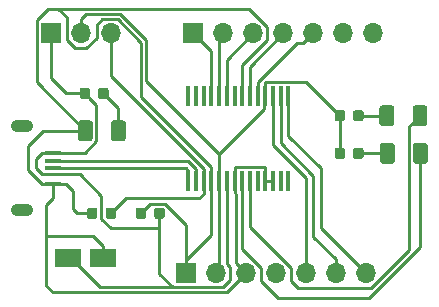
<source format=gbr>
G04 #@! TF.GenerationSoftware,KiCad,Pcbnew,(5.0.1)-3*
G04 #@! TF.CreationDate,2019-07-12T23:05:51+01:00*
G04 #@! TF.ProjectId,UsbToSerial,557362546F53657269616C2E6B696361,rev?*
G04 #@! TF.SameCoordinates,Original*
G04 #@! TF.FileFunction,Copper,L1,Top,Signal*
G04 #@! TF.FilePolarity,Positive*
%FSLAX46Y46*%
G04 Gerber Fmt 4.6, Leading zero omitted, Abs format (unit mm)*
G04 Created by KiCad (PCBNEW (5.0.1)-3) date 12/07/2019 23:05:51*
%MOMM*%
%LPD*%
G01*
G04 APERTURE LIST*
G04 #@! TA.AperFunction,SMDPad,CuDef*
%ADD10R,1.400000X0.400000*%
G04 #@! TD*
G04 #@! TA.AperFunction,ComponentPad*
%ADD11O,1.900000X1.050000*%
G04 #@! TD*
G04 #@! TA.AperFunction,Conductor*
%ADD12C,0.100000*%
G04 #@! TD*
G04 #@! TA.AperFunction,SMDPad,CuDef*
%ADD13C,0.875000*%
G04 #@! TD*
G04 #@! TA.AperFunction,SMDPad,CuDef*
%ADD14R,2.200000X1.600000*%
G04 #@! TD*
G04 #@! TA.AperFunction,SMDPad,CuDef*
%ADD15C,1.250000*%
G04 #@! TD*
G04 #@! TA.AperFunction,ComponentPad*
%ADD16R,1.700000X1.700000*%
G04 #@! TD*
G04 #@! TA.AperFunction,ComponentPad*
%ADD17O,1.700000X1.700000*%
G04 #@! TD*
G04 #@! TA.AperFunction,SMDPad,CuDef*
%ADD18R,0.450000X1.750000*%
G04 #@! TD*
G04 #@! TA.AperFunction,Conductor*
%ADD19C,0.250000*%
G04 #@! TD*
G04 APERTURE END LIST*
D10*
G04 #@! TO.P,J1,2*
G04 #@! TO.N,Net-(J1-Pad2)*
X80825000Y-80630000D03*
G04 #@! TO.P,J1,1*
G04 #@! TO.N,+5V*
X80825000Y-79980000D03*
G04 #@! TO.P,J1,5*
G04 #@! TO.N,GNDREF*
X80825000Y-82580000D03*
G04 #@! TO.P,J1,3*
G04 #@! TO.N,Net-(J1-Pad3)*
X80825000Y-81280000D03*
D11*
G04 #@! TO.P,J1,6*
G04 #@! TO.N,Net-(J1-Pad6)*
X78175000Y-77705000D03*
X78175000Y-84855000D03*
G04 #@! TD*
D12*
G04 #@! TO.N,GNDREF*
G04 #@! TO.C,C1*
G36*
X84390191Y-84616053D02*
X84411426Y-84619203D01*
X84432250Y-84624419D01*
X84452462Y-84631651D01*
X84471868Y-84640830D01*
X84490281Y-84651866D01*
X84507524Y-84664654D01*
X84523430Y-84679070D01*
X84537846Y-84694976D01*
X84550634Y-84712219D01*
X84561670Y-84730632D01*
X84570849Y-84750038D01*
X84578081Y-84770250D01*
X84583297Y-84791074D01*
X84586447Y-84812309D01*
X84587500Y-84833750D01*
X84587500Y-85346250D01*
X84586447Y-85367691D01*
X84583297Y-85388926D01*
X84578081Y-85409750D01*
X84570849Y-85429962D01*
X84561670Y-85449368D01*
X84550634Y-85467781D01*
X84537846Y-85485024D01*
X84523430Y-85500930D01*
X84507524Y-85515346D01*
X84490281Y-85528134D01*
X84471868Y-85539170D01*
X84452462Y-85548349D01*
X84432250Y-85555581D01*
X84411426Y-85560797D01*
X84390191Y-85563947D01*
X84368750Y-85565000D01*
X83931250Y-85565000D01*
X83909809Y-85563947D01*
X83888574Y-85560797D01*
X83867750Y-85555581D01*
X83847538Y-85548349D01*
X83828132Y-85539170D01*
X83809719Y-85528134D01*
X83792476Y-85515346D01*
X83776570Y-85500930D01*
X83762154Y-85485024D01*
X83749366Y-85467781D01*
X83738330Y-85449368D01*
X83729151Y-85429962D01*
X83721919Y-85409750D01*
X83716703Y-85388926D01*
X83713553Y-85367691D01*
X83712500Y-85346250D01*
X83712500Y-84833750D01*
X83713553Y-84812309D01*
X83716703Y-84791074D01*
X83721919Y-84770250D01*
X83729151Y-84750038D01*
X83738330Y-84730632D01*
X83749366Y-84712219D01*
X83762154Y-84694976D01*
X83776570Y-84679070D01*
X83792476Y-84664654D01*
X83809719Y-84651866D01*
X83828132Y-84640830D01*
X83847538Y-84631651D01*
X83867750Y-84624419D01*
X83888574Y-84619203D01*
X83909809Y-84616053D01*
X83931250Y-84615000D01*
X84368750Y-84615000D01*
X84390191Y-84616053D01*
X84390191Y-84616053D01*
G37*
D13*
G04 #@! TD*
G04 #@! TO.P,C1,2*
G04 #@! TO.N,GNDREF*
X84150000Y-85090000D03*
D12*
G04 #@! TO.N,+3V3*
G04 #@! TO.C,C1*
G36*
X85965191Y-84616053D02*
X85986426Y-84619203D01*
X86007250Y-84624419D01*
X86027462Y-84631651D01*
X86046868Y-84640830D01*
X86065281Y-84651866D01*
X86082524Y-84664654D01*
X86098430Y-84679070D01*
X86112846Y-84694976D01*
X86125634Y-84712219D01*
X86136670Y-84730632D01*
X86145849Y-84750038D01*
X86153081Y-84770250D01*
X86158297Y-84791074D01*
X86161447Y-84812309D01*
X86162500Y-84833750D01*
X86162500Y-85346250D01*
X86161447Y-85367691D01*
X86158297Y-85388926D01*
X86153081Y-85409750D01*
X86145849Y-85429962D01*
X86136670Y-85449368D01*
X86125634Y-85467781D01*
X86112846Y-85485024D01*
X86098430Y-85500930D01*
X86082524Y-85515346D01*
X86065281Y-85528134D01*
X86046868Y-85539170D01*
X86027462Y-85548349D01*
X86007250Y-85555581D01*
X85986426Y-85560797D01*
X85965191Y-85563947D01*
X85943750Y-85565000D01*
X85506250Y-85565000D01*
X85484809Y-85563947D01*
X85463574Y-85560797D01*
X85442750Y-85555581D01*
X85422538Y-85548349D01*
X85403132Y-85539170D01*
X85384719Y-85528134D01*
X85367476Y-85515346D01*
X85351570Y-85500930D01*
X85337154Y-85485024D01*
X85324366Y-85467781D01*
X85313330Y-85449368D01*
X85304151Y-85429962D01*
X85296919Y-85409750D01*
X85291703Y-85388926D01*
X85288553Y-85367691D01*
X85287500Y-85346250D01*
X85287500Y-84833750D01*
X85288553Y-84812309D01*
X85291703Y-84791074D01*
X85296919Y-84770250D01*
X85304151Y-84750038D01*
X85313330Y-84730632D01*
X85324366Y-84712219D01*
X85337154Y-84694976D01*
X85351570Y-84679070D01*
X85367476Y-84664654D01*
X85384719Y-84651866D01*
X85403132Y-84640830D01*
X85422538Y-84631651D01*
X85442750Y-84624419D01*
X85463574Y-84619203D01*
X85484809Y-84616053D01*
X85506250Y-84615000D01*
X85943750Y-84615000D01*
X85965191Y-84616053D01*
X85965191Y-84616053D01*
G37*
D13*
G04 #@! TD*
G04 #@! TO.P,C1,1*
G04 #@! TO.N,+3V3*
X85725000Y-85090000D03*
D12*
G04 #@! TO.N,+5V*
G04 #@! TO.C,C2*
G36*
X90080191Y-84616053D02*
X90101426Y-84619203D01*
X90122250Y-84624419D01*
X90142462Y-84631651D01*
X90161868Y-84640830D01*
X90180281Y-84651866D01*
X90197524Y-84664654D01*
X90213430Y-84679070D01*
X90227846Y-84694976D01*
X90240634Y-84712219D01*
X90251670Y-84730632D01*
X90260849Y-84750038D01*
X90268081Y-84770250D01*
X90273297Y-84791074D01*
X90276447Y-84812309D01*
X90277500Y-84833750D01*
X90277500Y-85346250D01*
X90276447Y-85367691D01*
X90273297Y-85388926D01*
X90268081Y-85409750D01*
X90260849Y-85429962D01*
X90251670Y-85449368D01*
X90240634Y-85467781D01*
X90227846Y-85485024D01*
X90213430Y-85500930D01*
X90197524Y-85515346D01*
X90180281Y-85528134D01*
X90161868Y-85539170D01*
X90142462Y-85548349D01*
X90122250Y-85555581D01*
X90101426Y-85560797D01*
X90080191Y-85563947D01*
X90058750Y-85565000D01*
X89621250Y-85565000D01*
X89599809Y-85563947D01*
X89578574Y-85560797D01*
X89557750Y-85555581D01*
X89537538Y-85548349D01*
X89518132Y-85539170D01*
X89499719Y-85528134D01*
X89482476Y-85515346D01*
X89466570Y-85500930D01*
X89452154Y-85485024D01*
X89439366Y-85467781D01*
X89428330Y-85449368D01*
X89419151Y-85429962D01*
X89411919Y-85409750D01*
X89406703Y-85388926D01*
X89403553Y-85367691D01*
X89402500Y-85346250D01*
X89402500Y-84833750D01*
X89403553Y-84812309D01*
X89406703Y-84791074D01*
X89411919Y-84770250D01*
X89419151Y-84750038D01*
X89428330Y-84730632D01*
X89439366Y-84712219D01*
X89452154Y-84694976D01*
X89466570Y-84679070D01*
X89482476Y-84664654D01*
X89499719Y-84651866D01*
X89518132Y-84640830D01*
X89537538Y-84631651D01*
X89557750Y-84624419D01*
X89578574Y-84619203D01*
X89599809Y-84616053D01*
X89621250Y-84615000D01*
X90058750Y-84615000D01*
X90080191Y-84616053D01*
X90080191Y-84616053D01*
G37*
D13*
G04 #@! TD*
G04 #@! TO.P,C2,1*
G04 #@! TO.N,+5V*
X89840000Y-85090000D03*
D12*
G04 #@! TO.N,GNDREF*
G04 #@! TO.C,C2*
G36*
X88505191Y-84616053D02*
X88526426Y-84619203D01*
X88547250Y-84624419D01*
X88567462Y-84631651D01*
X88586868Y-84640830D01*
X88605281Y-84651866D01*
X88622524Y-84664654D01*
X88638430Y-84679070D01*
X88652846Y-84694976D01*
X88665634Y-84712219D01*
X88676670Y-84730632D01*
X88685849Y-84750038D01*
X88693081Y-84770250D01*
X88698297Y-84791074D01*
X88701447Y-84812309D01*
X88702500Y-84833750D01*
X88702500Y-85346250D01*
X88701447Y-85367691D01*
X88698297Y-85388926D01*
X88693081Y-85409750D01*
X88685849Y-85429962D01*
X88676670Y-85449368D01*
X88665634Y-85467781D01*
X88652846Y-85485024D01*
X88638430Y-85500930D01*
X88622524Y-85515346D01*
X88605281Y-85528134D01*
X88586868Y-85539170D01*
X88567462Y-85548349D01*
X88547250Y-85555581D01*
X88526426Y-85560797D01*
X88505191Y-85563947D01*
X88483750Y-85565000D01*
X88046250Y-85565000D01*
X88024809Y-85563947D01*
X88003574Y-85560797D01*
X87982750Y-85555581D01*
X87962538Y-85548349D01*
X87943132Y-85539170D01*
X87924719Y-85528134D01*
X87907476Y-85515346D01*
X87891570Y-85500930D01*
X87877154Y-85485024D01*
X87864366Y-85467781D01*
X87853330Y-85449368D01*
X87844151Y-85429962D01*
X87836919Y-85409750D01*
X87831703Y-85388926D01*
X87828553Y-85367691D01*
X87827500Y-85346250D01*
X87827500Y-84833750D01*
X87828553Y-84812309D01*
X87831703Y-84791074D01*
X87836919Y-84770250D01*
X87844151Y-84750038D01*
X87853330Y-84730632D01*
X87864366Y-84712219D01*
X87877154Y-84694976D01*
X87891570Y-84679070D01*
X87907476Y-84664654D01*
X87924719Y-84651866D01*
X87943132Y-84640830D01*
X87962538Y-84631651D01*
X87982750Y-84624419D01*
X88003574Y-84619203D01*
X88024809Y-84616053D01*
X88046250Y-84615000D01*
X88483750Y-84615000D01*
X88505191Y-84616053D01*
X88505191Y-84616053D01*
G37*
D13*
G04 #@! TD*
G04 #@! TO.P,C2,2*
G04 #@! TO.N,GNDREF*
X88265000Y-85090000D03*
D14*
G04 #@! TO.P,C3,1*
G04 #@! TO.N,+5V*
X82090000Y-88900000D03*
G04 #@! TO.P,C3,2*
G04 #@! TO.N,GNDREF*
X85090000Y-88900000D03*
G04 #@! TD*
D12*
G04 #@! TO.N,GNDREF*
G04 #@! TO.C,D1*
G36*
X83959504Y-77231204D02*
X83983773Y-77234804D01*
X84007571Y-77240765D01*
X84030671Y-77249030D01*
X84052849Y-77259520D01*
X84073893Y-77272133D01*
X84093598Y-77286747D01*
X84111777Y-77303223D01*
X84128253Y-77321402D01*
X84142867Y-77341107D01*
X84155480Y-77362151D01*
X84165970Y-77384329D01*
X84174235Y-77407429D01*
X84180196Y-77431227D01*
X84183796Y-77455496D01*
X84185000Y-77480000D01*
X84185000Y-78730000D01*
X84183796Y-78754504D01*
X84180196Y-78778773D01*
X84174235Y-78802571D01*
X84165970Y-78825671D01*
X84155480Y-78847849D01*
X84142867Y-78868893D01*
X84128253Y-78888598D01*
X84111777Y-78906777D01*
X84093598Y-78923253D01*
X84073893Y-78937867D01*
X84052849Y-78950480D01*
X84030671Y-78960970D01*
X84007571Y-78969235D01*
X83983773Y-78975196D01*
X83959504Y-78978796D01*
X83935000Y-78980000D01*
X83185000Y-78980000D01*
X83160496Y-78978796D01*
X83136227Y-78975196D01*
X83112429Y-78969235D01*
X83089329Y-78960970D01*
X83067151Y-78950480D01*
X83046107Y-78937867D01*
X83026402Y-78923253D01*
X83008223Y-78906777D01*
X82991747Y-78888598D01*
X82977133Y-78868893D01*
X82964520Y-78847849D01*
X82954030Y-78825671D01*
X82945765Y-78802571D01*
X82939804Y-78778773D01*
X82936204Y-78754504D01*
X82935000Y-78730000D01*
X82935000Y-77480000D01*
X82936204Y-77455496D01*
X82939804Y-77431227D01*
X82945765Y-77407429D01*
X82954030Y-77384329D01*
X82964520Y-77362151D01*
X82977133Y-77341107D01*
X82991747Y-77321402D01*
X83008223Y-77303223D01*
X83026402Y-77286747D01*
X83046107Y-77272133D01*
X83067151Y-77259520D01*
X83089329Y-77249030D01*
X83112429Y-77240765D01*
X83136227Y-77234804D01*
X83160496Y-77231204D01*
X83185000Y-77230000D01*
X83935000Y-77230000D01*
X83959504Y-77231204D01*
X83959504Y-77231204D01*
G37*
D15*
G04 #@! TD*
G04 #@! TO.P,D1,1*
G04 #@! TO.N,GNDREF*
X83560000Y-78105000D03*
D12*
G04 #@! TO.N,Net-(D1-Pad2)*
G04 #@! TO.C,D1*
G36*
X86759504Y-77231204D02*
X86783773Y-77234804D01*
X86807571Y-77240765D01*
X86830671Y-77249030D01*
X86852849Y-77259520D01*
X86873893Y-77272133D01*
X86893598Y-77286747D01*
X86911777Y-77303223D01*
X86928253Y-77321402D01*
X86942867Y-77341107D01*
X86955480Y-77362151D01*
X86965970Y-77384329D01*
X86974235Y-77407429D01*
X86980196Y-77431227D01*
X86983796Y-77455496D01*
X86985000Y-77480000D01*
X86985000Y-78730000D01*
X86983796Y-78754504D01*
X86980196Y-78778773D01*
X86974235Y-78802571D01*
X86965970Y-78825671D01*
X86955480Y-78847849D01*
X86942867Y-78868893D01*
X86928253Y-78888598D01*
X86911777Y-78906777D01*
X86893598Y-78923253D01*
X86873893Y-78937867D01*
X86852849Y-78950480D01*
X86830671Y-78960970D01*
X86807571Y-78969235D01*
X86783773Y-78975196D01*
X86759504Y-78978796D01*
X86735000Y-78980000D01*
X85985000Y-78980000D01*
X85960496Y-78978796D01*
X85936227Y-78975196D01*
X85912429Y-78969235D01*
X85889329Y-78960970D01*
X85867151Y-78950480D01*
X85846107Y-78937867D01*
X85826402Y-78923253D01*
X85808223Y-78906777D01*
X85791747Y-78888598D01*
X85777133Y-78868893D01*
X85764520Y-78847849D01*
X85754030Y-78825671D01*
X85745765Y-78802571D01*
X85739804Y-78778773D01*
X85736204Y-78754504D01*
X85735000Y-78730000D01*
X85735000Y-77480000D01*
X85736204Y-77455496D01*
X85739804Y-77431227D01*
X85745765Y-77407429D01*
X85754030Y-77384329D01*
X85764520Y-77362151D01*
X85777133Y-77341107D01*
X85791747Y-77321402D01*
X85808223Y-77303223D01*
X85826402Y-77286747D01*
X85846107Y-77272133D01*
X85867151Y-77259520D01*
X85889329Y-77249030D01*
X85912429Y-77240765D01*
X85936227Y-77234804D01*
X85960496Y-77231204D01*
X85985000Y-77230000D01*
X86735000Y-77230000D01*
X86759504Y-77231204D01*
X86759504Y-77231204D01*
G37*
D15*
G04 #@! TD*
G04 #@! TO.P,D1,2*
G04 #@! TO.N,Net-(D1-Pad2)*
X86360000Y-78105000D03*
D12*
G04 #@! TO.N,Net-(D2-Pad2)*
G04 #@! TO.C,D2*
G36*
X109489504Y-75961204D02*
X109513773Y-75964804D01*
X109537571Y-75970765D01*
X109560671Y-75979030D01*
X109582849Y-75989520D01*
X109603893Y-76002133D01*
X109623598Y-76016747D01*
X109641777Y-76033223D01*
X109658253Y-76051402D01*
X109672867Y-76071107D01*
X109685480Y-76092151D01*
X109695970Y-76114329D01*
X109704235Y-76137429D01*
X109710196Y-76161227D01*
X109713796Y-76185496D01*
X109715000Y-76210000D01*
X109715000Y-77460000D01*
X109713796Y-77484504D01*
X109710196Y-77508773D01*
X109704235Y-77532571D01*
X109695970Y-77555671D01*
X109685480Y-77577849D01*
X109672867Y-77598893D01*
X109658253Y-77618598D01*
X109641777Y-77636777D01*
X109623598Y-77653253D01*
X109603893Y-77667867D01*
X109582849Y-77680480D01*
X109560671Y-77690970D01*
X109537571Y-77699235D01*
X109513773Y-77705196D01*
X109489504Y-77708796D01*
X109465000Y-77710000D01*
X108715000Y-77710000D01*
X108690496Y-77708796D01*
X108666227Y-77705196D01*
X108642429Y-77699235D01*
X108619329Y-77690970D01*
X108597151Y-77680480D01*
X108576107Y-77667867D01*
X108556402Y-77653253D01*
X108538223Y-77636777D01*
X108521747Y-77618598D01*
X108507133Y-77598893D01*
X108494520Y-77577849D01*
X108484030Y-77555671D01*
X108475765Y-77532571D01*
X108469804Y-77508773D01*
X108466204Y-77484504D01*
X108465000Y-77460000D01*
X108465000Y-76210000D01*
X108466204Y-76185496D01*
X108469804Y-76161227D01*
X108475765Y-76137429D01*
X108484030Y-76114329D01*
X108494520Y-76092151D01*
X108507133Y-76071107D01*
X108521747Y-76051402D01*
X108538223Y-76033223D01*
X108556402Y-76016747D01*
X108576107Y-76002133D01*
X108597151Y-75989520D01*
X108619329Y-75979030D01*
X108642429Y-75970765D01*
X108666227Y-75964804D01*
X108690496Y-75961204D01*
X108715000Y-75960000D01*
X109465000Y-75960000D01*
X109489504Y-75961204D01*
X109489504Y-75961204D01*
G37*
D15*
G04 #@! TD*
G04 #@! TO.P,D2,2*
G04 #@! TO.N,Net-(D2-Pad2)*
X109090000Y-76835000D03*
D12*
G04 #@! TO.N,Net-(D2-Pad1)*
G04 #@! TO.C,D2*
G36*
X112289504Y-75961204D02*
X112313773Y-75964804D01*
X112337571Y-75970765D01*
X112360671Y-75979030D01*
X112382849Y-75989520D01*
X112403893Y-76002133D01*
X112423598Y-76016747D01*
X112441777Y-76033223D01*
X112458253Y-76051402D01*
X112472867Y-76071107D01*
X112485480Y-76092151D01*
X112495970Y-76114329D01*
X112504235Y-76137429D01*
X112510196Y-76161227D01*
X112513796Y-76185496D01*
X112515000Y-76210000D01*
X112515000Y-77460000D01*
X112513796Y-77484504D01*
X112510196Y-77508773D01*
X112504235Y-77532571D01*
X112495970Y-77555671D01*
X112485480Y-77577849D01*
X112472867Y-77598893D01*
X112458253Y-77618598D01*
X112441777Y-77636777D01*
X112423598Y-77653253D01*
X112403893Y-77667867D01*
X112382849Y-77680480D01*
X112360671Y-77690970D01*
X112337571Y-77699235D01*
X112313773Y-77705196D01*
X112289504Y-77708796D01*
X112265000Y-77710000D01*
X111515000Y-77710000D01*
X111490496Y-77708796D01*
X111466227Y-77705196D01*
X111442429Y-77699235D01*
X111419329Y-77690970D01*
X111397151Y-77680480D01*
X111376107Y-77667867D01*
X111356402Y-77653253D01*
X111338223Y-77636777D01*
X111321747Y-77618598D01*
X111307133Y-77598893D01*
X111294520Y-77577849D01*
X111284030Y-77555671D01*
X111275765Y-77532571D01*
X111269804Y-77508773D01*
X111266204Y-77484504D01*
X111265000Y-77460000D01*
X111265000Y-76210000D01*
X111266204Y-76185496D01*
X111269804Y-76161227D01*
X111275765Y-76137429D01*
X111284030Y-76114329D01*
X111294520Y-76092151D01*
X111307133Y-76071107D01*
X111321747Y-76051402D01*
X111338223Y-76033223D01*
X111356402Y-76016747D01*
X111376107Y-76002133D01*
X111397151Y-75989520D01*
X111419329Y-75979030D01*
X111442429Y-75970765D01*
X111466227Y-75964804D01*
X111490496Y-75961204D01*
X111515000Y-75960000D01*
X112265000Y-75960000D01*
X112289504Y-75961204D01*
X112289504Y-75961204D01*
G37*
D15*
G04 #@! TD*
G04 #@! TO.P,D2,1*
G04 #@! TO.N,Net-(D2-Pad1)*
X111890000Y-76835000D03*
D12*
G04 #@! TO.N,Net-(D3-Pad1)*
G04 #@! TO.C,D3*
G36*
X112329504Y-79136204D02*
X112353773Y-79139804D01*
X112377571Y-79145765D01*
X112400671Y-79154030D01*
X112422849Y-79164520D01*
X112443893Y-79177133D01*
X112463598Y-79191747D01*
X112481777Y-79208223D01*
X112498253Y-79226402D01*
X112512867Y-79246107D01*
X112525480Y-79267151D01*
X112535970Y-79289329D01*
X112544235Y-79312429D01*
X112550196Y-79336227D01*
X112553796Y-79360496D01*
X112555000Y-79385000D01*
X112555000Y-80635000D01*
X112553796Y-80659504D01*
X112550196Y-80683773D01*
X112544235Y-80707571D01*
X112535970Y-80730671D01*
X112525480Y-80752849D01*
X112512867Y-80773893D01*
X112498253Y-80793598D01*
X112481777Y-80811777D01*
X112463598Y-80828253D01*
X112443893Y-80842867D01*
X112422849Y-80855480D01*
X112400671Y-80865970D01*
X112377571Y-80874235D01*
X112353773Y-80880196D01*
X112329504Y-80883796D01*
X112305000Y-80885000D01*
X111555000Y-80885000D01*
X111530496Y-80883796D01*
X111506227Y-80880196D01*
X111482429Y-80874235D01*
X111459329Y-80865970D01*
X111437151Y-80855480D01*
X111416107Y-80842867D01*
X111396402Y-80828253D01*
X111378223Y-80811777D01*
X111361747Y-80793598D01*
X111347133Y-80773893D01*
X111334520Y-80752849D01*
X111324030Y-80730671D01*
X111315765Y-80707571D01*
X111309804Y-80683773D01*
X111306204Y-80659504D01*
X111305000Y-80635000D01*
X111305000Y-79385000D01*
X111306204Y-79360496D01*
X111309804Y-79336227D01*
X111315765Y-79312429D01*
X111324030Y-79289329D01*
X111334520Y-79267151D01*
X111347133Y-79246107D01*
X111361747Y-79226402D01*
X111378223Y-79208223D01*
X111396402Y-79191747D01*
X111416107Y-79177133D01*
X111437151Y-79164520D01*
X111459329Y-79154030D01*
X111482429Y-79145765D01*
X111506227Y-79139804D01*
X111530496Y-79136204D01*
X111555000Y-79135000D01*
X112305000Y-79135000D01*
X112329504Y-79136204D01*
X112329504Y-79136204D01*
G37*
D15*
G04 #@! TD*
G04 #@! TO.P,D3,1*
G04 #@! TO.N,Net-(D3-Pad1)*
X111930000Y-80010000D03*
D12*
G04 #@! TO.N,Net-(D3-Pad2)*
G04 #@! TO.C,D3*
G36*
X109529504Y-79136204D02*
X109553773Y-79139804D01*
X109577571Y-79145765D01*
X109600671Y-79154030D01*
X109622849Y-79164520D01*
X109643893Y-79177133D01*
X109663598Y-79191747D01*
X109681777Y-79208223D01*
X109698253Y-79226402D01*
X109712867Y-79246107D01*
X109725480Y-79267151D01*
X109735970Y-79289329D01*
X109744235Y-79312429D01*
X109750196Y-79336227D01*
X109753796Y-79360496D01*
X109755000Y-79385000D01*
X109755000Y-80635000D01*
X109753796Y-80659504D01*
X109750196Y-80683773D01*
X109744235Y-80707571D01*
X109735970Y-80730671D01*
X109725480Y-80752849D01*
X109712867Y-80773893D01*
X109698253Y-80793598D01*
X109681777Y-80811777D01*
X109663598Y-80828253D01*
X109643893Y-80842867D01*
X109622849Y-80855480D01*
X109600671Y-80865970D01*
X109577571Y-80874235D01*
X109553773Y-80880196D01*
X109529504Y-80883796D01*
X109505000Y-80885000D01*
X108755000Y-80885000D01*
X108730496Y-80883796D01*
X108706227Y-80880196D01*
X108682429Y-80874235D01*
X108659329Y-80865970D01*
X108637151Y-80855480D01*
X108616107Y-80842867D01*
X108596402Y-80828253D01*
X108578223Y-80811777D01*
X108561747Y-80793598D01*
X108547133Y-80773893D01*
X108534520Y-80752849D01*
X108524030Y-80730671D01*
X108515765Y-80707571D01*
X108509804Y-80683773D01*
X108506204Y-80659504D01*
X108505000Y-80635000D01*
X108505000Y-79385000D01*
X108506204Y-79360496D01*
X108509804Y-79336227D01*
X108515765Y-79312429D01*
X108524030Y-79289329D01*
X108534520Y-79267151D01*
X108547133Y-79246107D01*
X108561747Y-79226402D01*
X108578223Y-79208223D01*
X108596402Y-79191747D01*
X108616107Y-79177133D01*
X108637151Y-79164520D01*
X108659329Y-79154030D01*
X108682429Y-79145765D01*
X108706227Y-79139804D01*
X108730496Y-79136204D01*
X108755000Y-79135000D01*
X109505000Y-79135000D01*
X109529504Y-79136204D01*
X109529504Y-79136204D01*
G37*
D15*
G04 #@! TD*
G04 #@! TO.P,D3,2*
G04 #@! TO.N,Net-(D3-Pad2)*
X109130000Y-80010000D03*
D16*
G04 #@! TO.P,JP1,1*
G04 #@! TO.N,+5V*
X80645000Y-69850000D03*
D17*
G04 #@! TO.P,JP1,2*
G04 #@! TO.N,PWR*
X83185000Y-69850000D03*
G04 #@! TO.P,JP1,3*
G04 #@! TO.N,+3V3*
X85725000Y-69850000D03*
G04 #@! TD*
D12*
G04 #@! TO.N,Net-(D3-Pad2)*
G04 #@! TO.C,R1*
G36*
X106920191Y-79536053D02*
X106941426Y-79539203D01*
X106962250Y-79544419D01*
X106982462Y-79551651D01*
X107001868Y-79560830D01*
X107020281Y-79571866D01*
X107037524Y-79584654D01*
X107053430Y-79599070D01*
X107067846Y-79614976D01*
X107080634Y-79632219D01*
X107091670Y-79650632D01*
X107100849Y-79670038D01*
X107108081Y-79690250D01*
X107113297Y-79711074D01*
X107116447Y-79732309D01*
X107117500Y-79753750D01*
X107117500Y-80266250D01*
X107116447Y-80287691D01*
X107113297Y-80308926D01*
X107108081Y-80329750D01*
X107100849Y-80349962D01*
X107091670Y-80369368D01*
X107080634Y-80387781D01*
X107067846Y-80405024D01*
X107053430Y-80420930D01*
X107037524Y-80435346D01*
X107020281Y-80448134D01*
X107001868Y-80459170D01*
X106982462Y-80468349D01*
X106962250Y-80475581D01*
X106941426Y-80480797D01*
X106920191Y-80483947D01*
X106898750Y-80485000D01*
X106461250Y-80485000D01*
X106439809Y-80483947D01*
X106418574Y-80480797D01*
X106397750Y-80475581D01*
X106377538Y-80468349D01*
X106358132Y-80459170D01*
X106339719Y-80448134D01*
X106322476Y-80435346D01*
X106306570Y-80420930D01*
X106292154Y-80405024D01*
X106279366Y-80387781D01*
X106268330Y-80369368D01*
X106259151Y-80349962D01*
X106251919Y-80329750D01*
X106246703Y-80308926D01*
X106243553Y-80287691D01*
X106242500Y-80266250D01*
X106242500Y-79753750D01*
X106243553Y-79732309D01*
X106246703Y-79711074D01*
X106251919Y-79690250D01*
X106259151Y-79670038D01*
X106268330Y-79650632D01*
X106279366Y-79632219D01*
X106292154Y-79614976D01*
X106306570Y-79599070D01*
X106322476Y-79584654D01*
X106339719Y-79571866D01*
X106358132Y-79560830D01*
X106377538Y-79551651D01*
X106397750Y-79544419D01*
X106418574Y-79539203D01*
X106439809Y-79536053D01*
X106461250Y-79535000D01*
X106898750Y-79535000D01*
X106920191Y-79536053D01*
X106920191Y-79536053D01*
G37*
D13*
G04 #@! TD*
G04 #@! TO.P,R1,1*
G04 #@! TO.N,Net-(D3-Pad2)*
X106680000Y-80010000D03*
D12*
G04 #@! TO.N,PWR*
G04 #@! TO.C,R1*
G36*
X105345191Y-79536053D02*
X105366426Y-79539203D01*
X105387250Y-79544419D01*
X105407462Y-79551651D01*
X105426868Y-79560830D01*
X105445281Y-79571866D01*
X105462524Y-79584654D01*
X105478430Y-79599070D01*
X105492846Y-79614976D01*
X105505634Y-79632219D01*
X105516670Y-79650632D01*
X105525849Y-79670038D01*
X105533081Y-79690250D01*
X105538297Y-79711074D01*
X105541447Y-79732309D01*
X105542500Y-79753750D01*
X105542500Y-80266250D01*
X105541447Y-80287691D01*
X105538297Y-80308926D01*
X105533081Y-80329750D01*
X105525849Y-80349962D01*
X105516670Y-80369368D01*
X105505634Y-80387781D01*
X105492846Y-80405024D01*
X105478430Y-80420930D01*
X105462524Y-80435346D01*
X105445281Y-80448134D01*
X105426868Y-80459170D01*
X105407462Y-80468349D01*
X105387250Y-80475581D01*
X105366426Y-80480797D01*
X105345191Y-80483947D01*
X105323750Y-80485000D01*
X104886250Y-80485000D01*
X104864809Y-80483947D01*
X104843574Y-80480797D01*
X104822750Y-80475581D01*
X104802538Y-80468349D01*
X104783132Y-80459170D01*
X104764719Y-80448134D01*
X104747476Y-80435346D01*
X104731570Y-80420930D01*
X104717154Y-80405024D01*
X104704366Y-80387781D01*
X104693330Y-80369368D01*
X104684151Y-80349962D01*
X104676919Y-80329750D01*
X104671703Y-80308926D01*
X104668553Y-80287691D01*
X104667500Y-80266250D01*
X104667500Y-79753750D01*
X104668553Y-79732309D01*
X104671703Y-79711074D01*
X104676919Y-79690250D01*
X104684151Y-79670038D01*
X104693330Y-79650632D01*
X104704366Y-79632219D01*
X104717154Y-79614976D01*
X104731570Y-79599070D01*
X104747476Y-79584654D01*
X104764719Y-79571866D01*
X104783132Y-79560830D01*
X104802538Y-79551651D01*
X104822750Y-79544419D01*
X104843574Y-79539203D01*
X104864809Y-79536053D01*
X104886250Y-79535000D01*
X105323750Y-79535000D01*
X105345191Y-79536053D01*
X105345191Y-79536053D01*
G37*
D13*
G04 #@! TD*
G04 #@! TO.P,R1,2*
G04 #@! TO.N,PWR*
X105105000Y-80010000D03*
D12*
G04 #@! TO.N,PWR*
G04 #@! TO.C,R2*
G36*
X105345191Y-76361053D02*
X105366426Y-76364203D01*
X105387250Y-76369419D01*
X105407462Y-76376651D01*
X105426868Y-76385830D01*
X105445281Y-76396866D01*
X105462524Y-76409654D01*
X105478430Y-76424070D01*
X105492846Y-76439976D01*
X105505634Y-76457219D01*
X105516670Y-76475632D01*
X105525849Y-76495038D01*
X105533081Y-76515250D01*
X105538297Y-76536074D01*
X105541447Y-76557309D01*
X105542500Y-76578750D01*
X105542500Y-77091250D01*
X105541447Y-77112691D01*
X105538297Y-77133926D01*
X105533081Y-77154750D01*
X105525849Y-77174962D01*
X105516670Y-77194368D01*
X105505634Y-77212781D01*
X105492846Y-77230024D01*
X105478430Y-77245930D01*
X105462524Y-77260346D01*
X105445281Y-77273134D01*
X105426868Y-77284170D01*
X105407462Y-77293349D01*
X105387250Y-77300581D01*
X105366426Y-77305797D01*
X105345191Y-77308947D01*
X105323750Y-77310000D01*
X104886250Y-77310000D01*
X104864809Y-77308947D01*
X104843574Y-77305797D01*
X104822750Y-77300581D01*
X104802538Y-77293349D01*
X104783132Y-77284170D01*
X104764719Y-77273134D01*
X104747476Y-77260346D01*
X104731570Y-77245930D01*
X104717154Y-77230024D01*
X104704366Y-77212781D01*
X104693330Y-77194368D01*
X104684151Y-77174962D01*
X104676919Y-77154750D01*
X104671703Y-77133926D01*
X104668553Y-77112691D01*
X104667500Y-77091250D01*
X104667500Y-76578750D01*
X104668553Y-76557309D01*
X104671703Y-76536074D01*
X104676919Y-76515250D01*
X104684151Y-76495038D01*
X104693330Y-76475632D01*
X104704366Y-76457219D01*
X104717154Y-76439976D01*
X104731570Y-76424070D01*
X104747476Y-76409654D01*
X104764719Y-76396866D01*
X104783132Y-76385830D01*
X104802538Y-76376651D01*
X104822750Y-76369419D01*
X104843574Y-76364203D01*
X104864809Y-76361053D01*
X104886250Y-76360000D01*
X105323750Y-76360000D01*
X105345191Y-76361053D01*
X105345191Y-76361053D01*
G37*
D13*
G04 #@! TD*
G04 #@! TO.P,R2,2*
G04 #@! TO.N,PWR*
X105105000Y-76835000D03*
D12*
G04 #@! TO.N,Net-(D2-Pad2)*
G04 #@! TO.C,R2*
G36*
X106920191Y-76361053D02*
X106941426Y-76364203D01*
X106962250Y-76369419D01*
X106982462Y-76376651D01*
X107001868Y-76385830D01*
X107020281Y-76396866D01*
X107037524Y-76409654D01*
X107053430Y-76424070D01*
X107067846Y-76439976D01*
X107080634Y-76457219D01*
X107091670Y-76475632D01*
X107100849Y-76495038D01*
X107108081Y-76515250D01*
X107113297Y-76536074D01*
X107116447Y-76557309D01*
X107117500Y-76578750D01*
X107117500Y-77091250D01*
X107116447Y-77112691D01*
X107113297Y-77133926D01*
X107108081Y-77154750D01*
X107100849Y-77174962D01*
X107091670Y-77194368D01*
X107080634Y-77212781D01*
X107067846Y-77230024D01*
X107053430Y-77245930D01*
X107037524Y-77260346D01*
X107020281Y-77273134D01*
X107001868Y-77284170D01*
X106982462Y-77293349D01*
X106962250Y-77300581D01*
X106941426Y-77305797D01*
X106920191Y-77308947D01*
X106898750Y-77310000D01*
X106461250Y-77310000D01*
X106439809Y-77308947D01*
X106418574Y-77305797D01*
X106397750Y-77300581D01*
X106377538Y-77293349D01*
X106358132Y-77284170D01*
X106339719Y-77273134D01*
X106322476Y-77260346D01*
X106306570Y-77245930D01*
X106292154Y-77230024D01*
X106279366Y-77212781D01*
X106268330Y-77194368D01*
X106259151Y-77174962D01*
X106251919Y-77154750D01*
X106246703Y-77133926D01*
X106243553Y-77112691D01*
X106242500Y-77091250D01*
X106242500Y-76578750D01*
X106243553Y-76557309D01*
X106246703Y-76536074D01*
X106251919Y-76515250D01*
X106259151Y-76495038D01*
X106268330Y-76475632D01*
X106279366Y-76457219D01*
X106292154Y-76439976D01*
X106306570Y-76424070D01*
X106322476Y-76409654D01*
X106339719Y-76396866D01*
X106358132Y-76385830D01*
X106377538Y-76376651D01*
X106397750Y-76369419D01*
X106418574Y-76364203D01*
X106439809Y-76361053D01*
X106461250Y-76360000D01*
X106898750Y-76360000D01*
X106920191Y-76361053D01*
X106920191Y-76361053D01*
G37*
D13*
G04 #@! TD*
G04 #@! TO.P,R2,1*
G04 #@! TO.N,Net-(D2-Pad2)*
X106680000Y-76835000D03*
D12*
G04 #@! TO.N,+5V*
G04 #@! TO.C,R3*
G36*
X83755191Y-74456053D02*
X83776426Y-74459203D01*
X83797250Y-74464419D01*
X83817462Y-74471651D01*
X83836868Y-74480830D01*
X83855281Y-74491866D01*
X83872524Y-74504654D01*
X83888430Y-74519070D01*
X83902846Y-74534976D01*
X83915634Y-74552219D01*
X83926670Y-74570632D01*
X83935849Y-74590038D01*
X83943081Y-74610250D01*
X83948297Y-74631074D01*
X83951447Y-74652309D01*
X83952500Y-74673750D01*
X83952500Y-75186250D01*
X83951447Y-75207691D01*
X83948297Y-75228926D01*
X83943081Y-75249750D01*
X83935849Y-75269962D01*
X83926670Y-75289368D01*
X83915634Y-75307781D01*
X83902846Y-75325024D01*
X83888430Y-75340930D01*
X83872524Y-75355346D01*
X83855281Y-75368134D01*
X83836868Y-75379170D01*
X83817462Y-75388349D01*
X83797250Y-75395581D01*
X83776426Y-75400797D01*
X83755191Y-75403947D01*
X83733750Y-75405000D01*
X83296250Y-75405000D01*
X83274809Y-75403947D01*
X83253574Y-75400797D01*
X83232750Y-75395581D01*
X83212538Y-75388349D01*
X83193132Y-75379170D01*
X83174719Y-75368134D01*
X83157476Y-75355346D01*
X83141570Y-75340930D01*
X83127154Y-75325024D01*
X83114366Y-75307781D01*
X83103330Y-75289368D01*
X83094151Y-75269962D01*
X83086919Y-75249750D01*
X83081703Y-75228926D01*
X83078553Y-75207691D01*
X83077500Y-75186250D01*
X83077500Y-74673750D01*
X83078553Y-74652309D01*
X83081703Y-74631074D01*
X83086919Y-74610250D01*
X83094151Y-74590038D01*
X83103330Y-74570632D01*
X83114366Y-74552219D01*
X83127154Y-74534976D01*
X83141570Y-74519070D01*
X83157476Y-74504654D01*
X83174719Y-74491866D01*
X83193132Y-74480830D01*
X83212538Y-74471651D01*
X83232750Y-74464419D01*
X83253574Y-74459203D01*
X83274809Y-74456053D01*
X83296250Y-74455000D01*
X83733750Y-74455000D01*
X83755191Y-74456053D01*
X83755191Y-74456053D01*
G37*
D13*
G04 #@! TD*
G04 #@! TO.P,R3,1*
G04 #@! TO.N,+5V*
X83515000Y-74930000D03*
D12*
G04 #@! TO.N,Net-(D1-Pad2)*
G04 #@! TO.C,R3*
G36*
X85330191Y-74456053D02*
X85351426Y-74459203D01*
X85372250Y-74464419D01*
X85392462Y-74471651D01*
X85411868Y-74480830D01*
X85430281Y-74491866D01*
X85447524Y-74504654D01*
X85463430Y-74519070D01*
X85477846Y-74534976D01*
X85490634Y-74552219D01*
X85501670Y-74570632D01*
X85510849Y-74590038D01*
X85518081Y-74610250D01*
X85523297Y-74631074D01*
X85526447Y-74652309D01*
X85527500Y-74673750D01*
X85527500Y-75186250D01*
X85526447Y-75207691D01*
X85523297Y-75228926D01*
X85518081Y-75249750D01*
X85510849Y-75269962D01*
X85501670Y-75289368D01*
X85490634Y-75307781D01*
X85477846Y-75325024D01*
X85463430Y-75340930D01*
X85447524Y-75355346D01*
X85430281Y-75368134D01*
X85411868Y-75379170D01*
X85392462Y-75388349D01*
X85372250Y-75395581D01*
X85351426Y-75400797D01*
X85330191Y-75403947D01*
X85308750Y-75405000D01*
X84871250Y-75405000D01*
X84849809Y-75403947D01*
X84828574Y-75400797D01*
X84807750Y-75395581D01*
X84787538Y-75388349D01*
X84768132Y-75379170D01*
X84749719Y-75368134D01*
X84732476Y-75355346D01*
X84716570Y-75340930D01*
X84702154Y-75325024D01*
X84689366Y-75307781D01*
X84678330Y-75289368D01*
X84669151Y-75269962D01*
X84661919Y-75249750D01*
X84656703Y-75228926D01*
X84653553Y-75207691D01*
X84652500Y-75186250D01*
X84652500Y-74673750D01*
X84653553Y-74652309D01*
X84656703Y-74631074D01*
X84661919Y-74610250D01*
X84669151Y-74590038D01*
X84678330Y-74570632D01*
X84689366Y-74552219D01*
X84702154Y-74534976D01*
X84716570Y-74519070D01*
X84732476Y-74504654D01*
X84749719Y-74491866D01*
X84768132Y-74480830D01*
X84787538Y-74471651D01*
X84807750Y-74464419D01*
X84828574Y-74459203D01*
X84849809Y-74456053D01*
X84871250Y-74455000D01*
X85308750Y-74455000D01*
X85330191Y-74456053D01*
X85330191Y-74456053D01*
G37*
D13*
G04 #@! TD*
G04 #@! TO.P,R3,2*
G04 #@! TO.N,Net-(D1-Pad2)*
X85090000Y-74930000D03*
D18*
G04 #@! TO.P,U1,1*
G04 #@! TO.N,TX0*
X100745000Y-75140000D03*
G04 #@! TO.P,U1,2*
G04 #@! TO.N,DTR*
X100095000Y-75140000D03*
G04 #@! TO.P,U1,3*
G04 #@! TO.N,RTS*
X99445000Y-75140000D03*
G04 #@! TO.P,U1,4*
G04 #@! TO.N,PWR*
X98795000Y-75140000D03*
G04 #@! TO.P,U1,5*
G04 #@! TO.N,RXI*
X98145000Y-75140000D03*
G04 #@! TO.P,U1,6*
G04 #@! TO.N,RI*
X97495000Y-75140000D03*
G04 #@! TO.P,U1,7*
G04 #@! TO.N,GNDREF*
X96845000Y-75140000D03*
G04 #@! TO.P,U1,8*
G04 #@! TO.N,N/C*
X96195000Y-75140000D03*
G04 #@! TO.P,U1,9*
G04 #@! TO.N,DCR*
X95545000Y-75140000D03*
G04 #@! TO.P,U1,10*
G04 #@! TO.N,DCD*
X94895000Y-75140000D03*
G04 #@! TO.P,U1,11*
G04 #@! TO.N,CTS*
X94245000Y-75140000D03*
G04 #@! TO.P,U1,12*
G04 #@! TO.N,Net-(U1-Pad12)*
X93595000Y-75140000D03*
G04 #@! TO.P,U1,13*
G04 #@! TO.N,Net-(U1-Pad13)*
X92945000Y-75140000D03*
G04 #@! TO.P,U1,14*
G04 #@! TO.N,Net-(U1-Pad14)*
X92295000Y-75140000D03*
G04 #@! TO.P,U1,15*
G04 #@! TO.N,Net-(J1-Pad3)*
X92295000Y-82340000D03*
G04 #@! TO.P,U1,16*
G04 #@! TO.N,Net-(J1-Pad2)*
X92945000Y-82340000D03*
G04 #@! TO.P,U1,17*
G04 #@! TO.N,+3V3*
X93595000Y-82340000D03*
G04 #@! TO.P,U1,18*
G04 #@! TO.N,GNDREF*
X94245000Y-82340000D03*
G04 #@! TO.P,U1,19*
G04 #@! TO.N,PWR*
X94895000Y-82340000D03*
G04 #@! TO.P,U1,20*
G04 #@! TO.N,+5V*
X95545000Y-82340000D03*
G04 #@! TO.P,U1,21*
G04 #@! TO.N,GNDREF*
X96195000Y-82340000D03*
G04 #@! TO.P,U1,22*
G04 #@! TO.N,Net-(D3-Pad1)*
X96845000Y-82340000D03*
G04 #@! TO.P,U1,23*
G04 #@! TO.N,Net-(D2-Pad1)*
X97495000Y-82340000D03*
G04 #@! TO.P,U1,24*
G04 #@! TO.N,N/C*
X98145000Y-82340000D03*
G04 #@! TO.P,U1,25*
G04 #@! TO.N,GNDREF*
X98795000Y-82340000D03*
G04 #@! TO.P,U1,26*
X99445000Y-82340000D03*
G04 #@! TO.P,U1,27*
G04 #@! TO.N,Net-(U1-Pad27)*
X100095000Y-82340000D03*
G04 #@! TO.P,U1,28*
G04 #@! TO.N,Net-(U1-Pad28)*
X100745000Y-82340000D03*
G04 #@! TD*
D17*
G04 #@! TO.P,J2,7*
G04 #@! TO.N,TX0*
X107315000Y-90170000D03*
G04 #@! TO.P,J2,6*
G04 #@! TO.N,DTR*
X104775000Y-90170000D03*
G04 #@! TO.P,J2,5*
G04 #@! TO.N,RTS*
X102235000Y-90170000D03*
G04 #@! TO.P,J2,4*
G04 #@! TO.N,Net-(J2-Pad4)*
X99695000Y-90170000D03*
G04 #@! TO.P,J2,3*
G04 #@! TO.N,GNDREF*
X97155000Y-90170000D03*
G04 #@! TO.P,J2,2*
G04 #@! TO.N,PWR*
X94615000Y-90170000D03*
D16*
G04 #@! TO.P,J2,1*
G04 #@! TO.N,GNDREF*
X92075000Y-90170000D03*
G04 #@! TD*
G04 #@! TO.P,J3,1*
G04 #@! TO.N,CTS*
X92710000Y-69850000D03*
D17*
G04 #@! TO.P,J3,2*
G04 #@! TO.N,DCD*
X95250000Y-69850000D03*
G04 #@! TO.P,J3,3*
G04 #@! TO.N,DCR*
X97790000Y-69850000D03*
G04 #@! TO.P,J3,4*
G04 #@! TO.N,RI*
X100330000Y-69850000D03*
G04 #@! TO.P,J3,5*
G04 #@! TO.N,RXI*
X102870000Y-69850000D03*
G04 #@! TO.P,J3,6*
G04 #@! TO.N,Net-(J3-Pad6)*
X105410000Y-69850000D03*
G04 #@! TO.P,J3,7*
G04 #@! TO.N,Net-(J3-Pad7)*
X107950000Y-69850000D03*
G04 #@! TD*
D19*
G04 #@! TO.N,+5V*
X83976612Y-75391612D02*
X83515000Y-74930000D01*
X84510010Y-75925010D02*
X83976612Y-75391612D01*
X84510010Y-78968180D02*
X84510010Y-75925010D01*
X83498190Y-79980000D02*
X84510010Y-78968180D01*
X80825000Y-79980000D02*
X83498190Y-79980000D01*
X83515000Y-74930000D02*
X81915000Y-74930000D01*
X80645000Y-73660000D02*
X80645000Y-69850000D01*
X81915000Y-74930000D02*
X80645000Y-73660000D01*
X89840000Y-85665000D02*
X89840000Y-85090000D01*
X90964999Y-91345001D02*
X89840000Y-90220002D01*
X95179001Y-91345001D02*
X90964999Y-91345001D01*
X95790001Y-90734001D02*
X95179001Y-91345001D01*
X95545000Y-89360998D02*
X95790001Y-89605999D01*
X95790001Y-89605999D02*
X95790001Y-90734001D01*
X95545000Y-82340000D02*
X95545000Y-89360998D01*
X82390000Y-88900000D02*
X82090000Y-88900000D01*
X84835001Y-91345001D02*
X82390000Y-88900000D01*
X90964999Y-91345001D02*
X84835001Y-91345001D01*
X83075001Y-81805001D02*
X79900001Y-81805001D01*
X89840000Y-90220002D02*
X89840000Y-86360000D01*
X89840000Y-86360000D02*
X85725000Y-86360000D01*
X79900001Y-81805001D02*
X79375000Y-81280000D01*
X89840000Y-86360000D02*
X89840000Y-85665000D01*
X85725000Y-86360000D02*
X84912510Y-85547510D01*
X84912510Y-85547510D02*
X84912510Y-83642510D01*
X84912510Y-83642510D02*
X83075001Y-81805001D01*
X79875000Y-79980000D02*
X80825000Y-79980000D01*
X79375000Y-80480000D02*
X79875000Y-79980000D01*
X79375000Y-81280000D02*
X79375000Y-80480000D01*
G04 #@! TO.N,GNDREF*
X94245000Y-83465000D02*
X94245000Y-82340000D01*
X92075000Y-89070000D02*
X94245000Y-86900000D01*
X96195000Y-83388592D02*
X96195000Y-82340000D01*
X96305001Y-83498593D02*
X96195000Y-83388592D01*
X96305001Y-89320001D02*
X96305001Y-83498593D01*
X97155000Y-90170000D02*
X96305001Y-89320001D01*
X95529989Y-91795011D02*
X87660011Y-91795011D01*
X97155000Y-90170000D02*
X95529989Y-91795011D01*
X80825009Y-91795011D02*
X87660011Y-91795011D01*
X80259999Y-91230001D02*
X80825009Y-91795011D01*
X80825000Y-83832095D02*
X80259999Y-84397096D01*
X80825000Y-82580000D02*
X80825000Y-83832095D01*
X94245000Y-84455000D02*
X94245000Y-83465000D01*
X94245000Y-86900000D02*
X94245000Y-84455000D01*
X83560000Y-78105000D02*
X80010000Y-78105000D01*
X80010000Y-78105000D02*
X78740000Y-79375000D01*
X79875000Y-82580000D02*
X80825000Y-82580000D01*
X78740000Y-81445000D02*
X79875000Y-82580000D01*
X78740000Y-79375000D02*
X78740000Y-81445000D01*
X99445000Y-82340000D02*
X98795000Y-82340000D01*
X98795000Y-81215000D02*
X98795000Y-82340000D01*
X98719999Y-81139999D02*
X98795000Y-81215000D01*
X96270001Y-81139999D02*
X98719999Y-81139999D01*
X96195000Y-81215000D02*
X96270001Y-81139999D01*
X96195000Y-82340000D02*
X96195000Y-81215000D01*
X85090000Y-87850000D02*
X84235000Y-86995000D01*
X85090000Y-88900000D02*
X85090000Y-87850000D01*
X84235000Y-86995000D02*
X80259999Y-86995000D01*
X80259999Y-86995000D02*
X80259999Y-91230001D01*
X80259999Y-84397096D02*
X80259999Y-85090000D01*
X80259999Y-85090000D02*
X80259999Y-86995000D01*
X82885000Y-85090000D02*
X82550000Y-84755000D01*
X84150000Y-85090000D02*
X82885000Y-85090000D01*
X82550000Y-84755000D02*
X82550000Y-83185000D01*
X81945000Y-82580000D02*
X80825000Y-82580000D01*
X82550000Y-83185000D02*
X81945000Y-82580000D01*
X92075000Y-89070000D02*
X92075000Y-90170000D01*
X92075000Y-86081006D02*
X92075000Y-89070000D01*
X90283984Y-84289990D02*
X92075000Y-86081006D01*
X89065010Y-84289990D02*
X90283984Y-84289990D01*
X88265000Y-85090000D02*
X89065010Y-84289990D01*
X79469999Y-68739999D02*
X79469999Y-74014999D01*
X96845000Y-72534002D02*
X98965001Y-70414001D01*
X98965001Y-70414001D02*
X98965001Y-69285999D01*
X98965001Y-69285999D02*
X97453982Y-67774980D01*
X96845000Y-75140000D02*
X96845000Y-72534002D01*
X79469999Y-74014999D02*
X83560000Y-78105000D01*
X80435018Y-67774980D02*
X79469999Y-68739999D01*
X82715998Y-71120000D02*
X82009999Y-70414001D01*
X84549999Y-70224003D02*
X83654002Y-71120000D01*
X84549999Y-69120001D02*
X84549999Y-70224003D01*
X84995001Y-68674999D02*
X84549999Y-69120001D01*
X86289001Y-68674999D02*
X84995001Y-68674999D01*
X81280000Y-67774980D02*
X80435018Y-67774980D01*
X82009999Y-68504979D02*
X81280000Y-67774980D01*
X82009999Y-70414001D02*
X82009999Y-68504979D01*
X83654002Y-71120000D02*
X82715998Y-71120000D01*
X97453982Y-67774980D02*
X81280000Y-67774980D01*
X94245000Y-82340000D02*
X94245000Y-81215000D01*
X94245000Y-81215000D02*
X88265000Y-75235000D01*
X88265000Y-75235000D02*
X88265000Y-70650998D01*
X88265000Y-70650998D02*
X86289001Y-68674999D01*
G04 #@! TO.N,Net-(D2-Pad2)*
X109090000Y-76835000D02*
X106680000Y-76835000D01*
G04 #@! TO.N,Net-(D2-Pad1)*
X97495000Y-86230998D02*
X100965000Y-89700998D01*
X100965000Y-90805000D02*
X101600000Y-91440000D01*
X100965000Y-89700998D02*
X100965000Y-90805000D01*
X97495000Y-82340000D02*
X97495000Y-86230998D01*
X111194290Y-77530710D02*
X111890000Y-76835000D01*
X110979990Y-77745010D02*
X111194290Y-77530710D01*
X110979990Y-88244012D02*
X110979990Y-77745010D01*
X107784002Y-91440000D02*
X110979990Y-88244012D01*
X101600000Y-91440000D02*
X107784002Y-91440000D01*
G04 #@! TO.N,Net-(D3-Pad1)*
X111930000Y-87930412D02*
X111930000Y-80985000D01*
X96845000Y-82340000D02*
X96845000Y-88120998D01*
X96845000Y-88120998D02*
X98425000Y-89700998D01*
X98425000Y-89700998D02*
X98425000Y-90805000D01*
X98425000Y-90805000D02*
X99904990Y-92284990D01*
X111930000Y-80985000D02*
X111930000Y-80010000D01*
X99904990Y-92284990D02*
X107575422Y-92284990D01*
X107575422Y-92284990D02*
X111930000Y-87930412D01*
G04 #@! TO.N,Net-(D3-Pad2)*
X109130000Y-80010000D02*
X106680000Y-80010000D01*
G04 #@! TO.N,Net-(J1-Pad2)*
X92270002Y-80630000D02*
X80825000Y-80630000D01*
X92945000Y-82340000D02*
X92945000Y-81304998D01*
X92945000Y-81304998D02*
X92270002Y-80630000D01*
G04 #@! TO.N,Net-(J1-Pad3)*
X92295000Y-82340000D02*
X92295000Y-81500000D01*
X92075000Y-81280000D02*
X80825000Y-81280000D01*
X92295000Y-81500000D02*
X92075000Y-81280000D01*
G04 #@! TO.N,Net-(D1-Pad2)*
X86360000Y-76200000D02*
X85090000Y-74930000D01*
X86360000Y-78105000D02*
X86360000Y-76200000D01*
G04 #@! TO.N,CTS*
X94245000Y-71385000D02*
X92710000Y-69850000D01*
X94245000Y-75140000D02*
X94245000Y-71385000D01*
G04 #@! TO.N,PWR*
X94895000Y-89890000D02*
X94615000Y-90170000D01*
X94895000Y-82340000D02*
X94895000Y-89890000D01*
X94895000Y-81215000D02*
X94895000Y-82340000D01*
X98695001Y-75239999D02*
X98795000Y-75140000D01*
X98695001Y-76275001D02*
X98695001Y-75239999D01*
X94895000Y-80075002D02*
X98695001Y-76275001D01*
X94895000Y-81215000D02*
X94895000Y-80075002D01*
X104643388Y-76373388D02*
X105105000Y-76835000D01*
X102209999Y-73939999D02*
X104643388Y-76373388D01*
X98870001Y-73939999D02*
X102209999Y-73939999D01*
X98795000Y-74015000D02*
X98870001Y-73939999D01*
X98795000Y-75140000D02*
X98795000Y-74015000D01*
X105105000Y-77410000D02*
X105105000Y-80010000D01*
X105105000Y-76835000D02*
X105105000Y-77410000D01*
X83185000Y-68647919D02*
X83185000Y-69850000D01*
X83607930Y-68224989D02*
X83185000Y-68647919D01*
X86475401Y-68224989D02*
X83607930Y-68224989D01*
X88715009Y-70464597D02*
X86475401Y-68224989D01*
X88715010Y-73895012D02*
X88715009Y-70464597D01*
X94895000Y-80075002D02*
X88715010Y-73895012D01*
G04 #@! TO.N,RXI*
X102020001Y-70699999D02*
X102870000Y-69850000D01*
X101460001Y-70699999D02*
X102020001Y-70699999D01*
X98145000Y-74015000D02*
X101460001Y-70699999D01*
X98145000Y-75140000D02*
X98145000Y-74015000D01*
G04 #@! TO.N,DTR*
X104775000Y-88967919D02*
X102870000Y-87062919D01*
X104775000Y-90170000D02*
X104775000Y-88967919D01*
X102870000Y-87062919D02*
X102870000Y-81915000D01*
X100095000Y-79140000D02*
X100095000Y-75140000D01*
X102870000Y-81915000D02*
X100095000Y-79140000D01*
G04 #@! TO.N,+3V3*
X93595000Y-81304998D02*
X93595000Y-82340000D01*
X85725000Y-73434998D02*
X93595000Y-81304998D01*
X85725000Y-69850000D02*
X85725000Y-73434998D01*
X86186612Y-84628388D02*
X85725000Y-85090000D01*
X86975020Y-83839980D02*
X86186612Y-84628388D01*
X93220020Y-83839980D02*
X86975020Y-83839980D01*
X93595000Y-83465000D02*
X93220020Y-83839980D01*
X93595000Y-82340000D02*
X93595000Y-83465000D01*
G04 #@! TO.N,TX0*
X100745000Y-75140000D02*
X100745000Y-78520000D01*
X100745000Y-78520000D02*
X103505000Y-81280000D01*
X103505000Y-86360000D02*
X107315000Y-90170000D01*
X103505000Y-81280000D02*
X103505000Y-86360000D01*
G04 #@! TO.N,RTS*
X102235000Y-88967919D02*
X102235000Y-90170000D01*
X102235000Y-82144998D02*
X102235000Y-88967919D01*
X99445000Y-79354998D02*
X102235000Y-82144998D01*
X99445000Y-75140000D02*
X99445000Y-79354998D01*
G04 #@! TO.N,RI*
X97495000Y-72685000D02*
X100330000Y-69850000D01*
X97495000Y-75140000D02*
X97495000Y-72685000D01*
G04 #@! TO.N,DCR*
X95545000Y-72095000D02*
X97790000Y-69850000D01*
X95545000Y-75140000D02*
X95545000Y-72095000D01*
G04 #@! TO.N,DCD*
X94895000Y-70205000D02*
X95250000Y-69850000D01*
X94895000Y-75140000D02*
X94895000Y-70205000D01*
G04 #@! TD*
M02*

</source>
